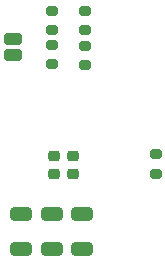
<source format=gbp>
G04 #@! TF.GenerationSoftware,KiCad,Pcbnew,7.0.7*
G04 #@! TF.CreationDate,2024-04-01T22:56:26-04:00*
G04 #@! TF.ProjectId,sensor_node,73656e73-6f72-45f6-9e6f-64652e6b6963,rev?*
G04 #@! TF.SameCoordinates,Original*
G04 #@! TF.FileFunction,Paste,Bot*
G04 #@! TF.FilePolarity,Positive*
%FSLAX46Y46*%
G04 Gerber Fmt 4.6, Leading zero omitted, Abs format (unit mm)*
G04 Created by KiCad (PCBNEW 7.0.7) date 2024-04-01 22:56:26*
%MOMM*%
%LPD*%
G01*
G04 APERTURE LIST*
G04 Aperture macros list*
%AMRoundRect*
0 Rectangle with rounded corners*
0 $1 Rounding radius*
0 $2 $3 $4 $5 $6 $7 $8 $9 X,Y pos of 4 corners*
0 Add a 4 corners polygon primitive as box body*
4,1,4,$2,$3,$4,$5,$6,$7,$8,$9,$2,$3,0*
0 Add four circle primitives for the rounded corners*
1,1,$1+$1,$2,$3*
1,1,$1+$1,$4,$5*
1,1,$1+$1,$6,$7*
1,1,$1+$1,$8,$9*
0 Add four rect primitives between the rounded corners*
20,1,$1+$1,$2,$3,$4,$5,0*
20,1,$1+$1,$4,$5,$6,$7,0*
20,1,$1+$1,$6,$7,$8,$9,0*
20,1,$1+$1,$8,$9,$2,$3,0*%
G04 Aperture macros list end*
%ADD10RoundRect,0.200000X-0.275000X0.200000X-0.275000X-0.200000X0.275000X-0.200000X0.275000X0.200000X0*%
%ADD11RoundRect,0.225000X0.250000X-0.225000X0.250000X0.225000X-0.250000X0.225000X-0.250000X-0.225000X0*%
%ADD12RoundRect,0.250000X-0.650000X0.325000X-0.650000X-0.325000X0.650000X-0.325000X0.650000X0.325000X0*%
%ADD13RoundRect,0.200000X0.275000X-0.200000X0.275000X0.200000X-0.275000X0.200000X-0.275000X-0.200000X0*%
%ADD14RoundRect,0.250000X0.500000X-0.250000X0.500000X0.250000X-0.500000X0.250000X-0.500000X-0.250000X0*%
G04 APERTURE END LIST*
D10*
X144800000Y-63124999D03*
X144800000Y-64774999D03*
D11*
X144990000Y-74050000D03*
X144990000Y-72500000D03*
X146600000Y-74075000D03*
X146600000Y-72525000D03*
D12*
X144800000Y-77450000D03*
X144800000Y-80400000D03*
X147400000Y-77425000D03*
X147400000Y-80375000D03*
D10*
X144800000Y-60224997D03*
X144800000Y-61874997D03*
D13*
X153600000Y-74025000D03*
X153600000Y-72375000D03*
D14*
X141500000Y-64000000D03*
X141500000Y-62600000D03*
D10*
X147600000Y-60250000D03*
X147600000Y-61900000D03*
D12*
X142200000Y-77450000D03*
X142200000Y-80400000D03*
D10*
X147599999Y-63200000D03*
X147599999Y-64850000D03*
M02*

</source>
